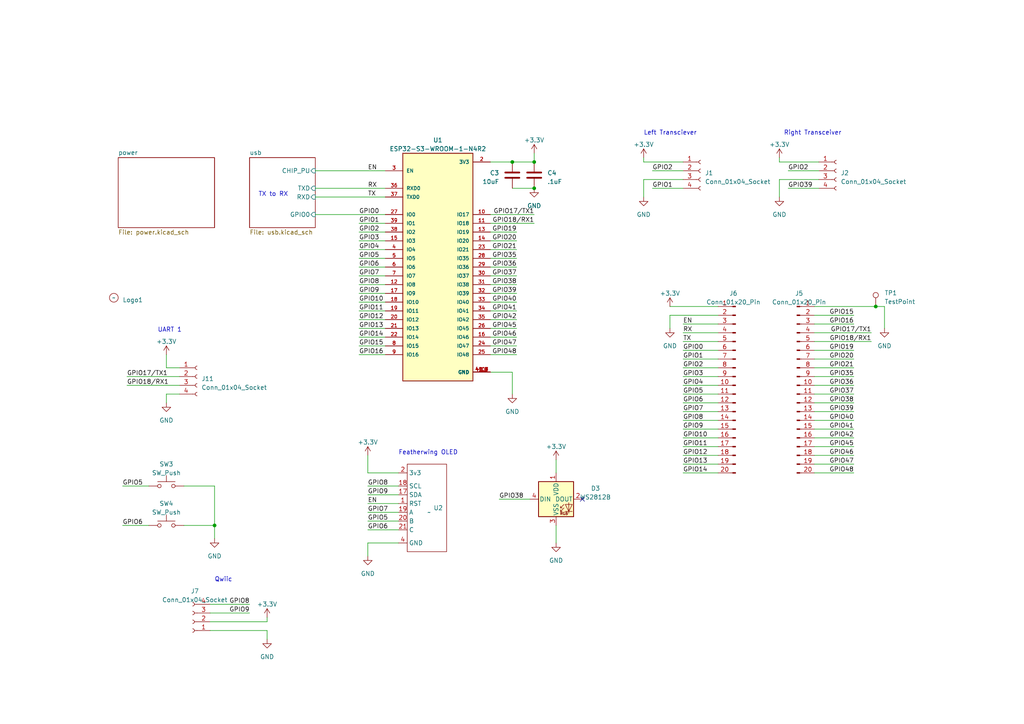
<source format=kicad_sch>
(kicad_sch (version 20230121) (generator eeschema)
  (paper "A4")
  (lib_symbols
    (symbol "Connector:Conn_01x04_Socket" (pin_names (offset 1.016) hide)
      (property "Reference" "J" (at 0 5.08 0))
      (property "Value" "Conn_01x04_Socket" (at 0 -7.62 0))
      (symbol "Conn_01x04_Socket_1_1"
        (arc (start 0 -4.572) (mid -0.5058 -5.08) (end 0 -5.588) (stroke (width 0.1524)))
        (arc (start 0 -2.032) (mid -0.5058 -2.54) (end 0 -3.048) (stroke (width 0.1524)))
        (polyline (pts (xy -1.27 -5.08) (xy -0.508 -5.08)) (stroke (width 0.1524)))
        (polyline (pts (xy -1.27 -2.54) (xy -0.508 -2.54)) (stroke (width 0.1524)))
        (polyline (pts (xy -1.27 0) (xy -0.508 0)) (stroke (width 0.1524)))
        (polyline (pts (xy -1.27 2.54) (xy -0.508 2.54)) (stroke (width 0.1524)))
        (arc (start 0 0.508) (mid -0.5058 0) (end 0 -0.508) (stroke (width 0.1524)))
        (arc (start 0 3.048) (mid -0.5058 2.54) (end 0 2.032) (stroke (width 0.1524)))
        (pin passive line (at -5.08 2.54 0) (length 3.81) (name "Pin_1") (number "1"))
        (pin passive line (at -5.08 0 0) (length 3.81) (name "Pin_2") (number "2"))
        (pin passive line (at -5.08 -2.54 0) (length 3.81) (name "Pin_3") (number "3"))
        (pin passive line (at -5.08 -5.08 0) (length 3.81) (name "Pin_4") (number "4"))
      )
    )
    (symbol "Connector:Conn_01x20_Pin" (pin_names (offset 1.016) hide)
      (property "Reference" "J" (at 0 25.4 0))
      (property "Value" "Conn_01x20_Pin" (at 0 -27.94 0))
      (symbol "Conn_01x20_Pin_1_1"
        (polyline (pts (xy 1.27 -25.4) (xy 0.8636 -25.4)) (stroke (width 0.1524)))
        (polyline (pts (xy 1.27 -22.86) (xy 0.8636 -22.86)) (stroke (width 0.1524)))
        (polyline (pts (xy 1.27 -20.32) (xy 0.8636 -20.32)) (stroke (width 0.1524)))
        (polyline (pts (xy 1.27 -17.78) (xy 0.8636 -17.78)) (stroke (width 0.1524)))
        (polyline (pts (xy 1.27 -15.24) (xy 0.8636 -15.24)) (stroke (width 0.1524)))
        (polyline (pts (xy 1.27 -12.7) (xy 0.8636 -12.7)) (stroke (width 0.1524)))
        (polyline (pts (xy 1.27 -10.16) (xy 0.8636 -10.16)) (stroke (width 0.1524)))
        (polyline (pts (xy 1.27 -7.62) (xy 0.8636 -7.62)) (stroke (width 0.1524)))
        (polyline (pts (xy 1.27 -5.08) (xy 0.8636 -5.08)) (stroke (width 0.1524)))
        (polyline (pts (xy 1.27 -2.54) (xy 0.8636 -2.54)) (stroke (width 0.1524)))
        (polyline (pts (xy 1.27 0) (xy 0.8636 0)) (stroke (width 0.1524)))
        (polyline (pts (xy 1.27 2.54) (xy 0.8636 2.54)) (stroke (width 0.1524)))
        (polyline (pts (xy 1.27 5.08) (xy 0.8636 5.08)) (stroke (width 0.1524)))
        (polyline (pts (xy 1.27 7.62) (xy 0.8636 7.62)) (stroke (width 0.1524)))
        (polyline (pts (xy 1.27 10.16) (xy 0.8636 10.16)) (stroke (width 0.1524)))
        (polyline (pts (xy 1.27 12.7) (xy 0.8636 12.7)) (stroke (width 0.1524)))
        (polyline (pts (xy 1.27 15.24) (xy 0.8636 15.24)) (stroke (width 0.1524)))
        (polyline (pts (xy 1.27 17.78) (xy 0.8636 17.78)) (stroke (width 0.1524)))
        (polyline (pts (xy 1.27 20.32) (xy 0.8636 20.32)) (stroke (width 0.1524)))
        (polyline (pts (xy 1.27 22.86) (xy 0.8636 22.86)) (stroke (width 0.1524)))
        (rectangle (start 0.8636 -25.273) (end 0 -25.527) (stroke (width 0.1524)) (fill (type outline)))
        (rectangle (start 0.8636 -22.733) (end 0 -22.987) (stroke (width 0.1524)) (fill (type outline)))
        (rectangle (start 0.8636 -20.193) (end 0 -20.447) (stroke (width 0.1524)) (fill (type outline)))
        (rectangle (start 0.8636 -17.653) (end 0 -17.907) (stroke (width 0.1524)) (fill (type outline)))
        (rectangle (start 0.8636 -15.113) (end 0 -15.367) (stroke (width 0.1524)) (fill (type outline)))
        (rectangle (start 0.8636 -12.573) (end 0 -12.827) (stroke (width 0.1524)) (fill (type outline)))
        (rectangle (start 0.8636 -10.033) (end 0 -10.287) (stroke (width 0.1524)) (fill (type outline)))
        (rectangle (start 0.8636 -7.493) (end 0 -7.747) (stroke (width 0.1524)) (fill (type outline)))
        (rectangle (start 0.8636 -4.953) (end 0 -5.207) (stroke (width 0.1524)) (fill (type outline)))
        (rectangle (start 0.8636 -2.413) (end 0 -2.667) (stroke (width 0.1524)) (fill (type outline)))
        (rectangle (start 0.8636 0.127) (end 0 -0.127) (stroke (width 0.1524)) (fill (type outline)))
        (rectangle (start 0.8636 2.667) (end 0 2.413) (stroke (width 0.1524)) (fill (type outline)))
        (rectangle (start 0.8636 5.207) (end 0 4.953) (stroke (width 0.1524)) (fill (type outline)))
        (rectangle (start 0.8636 7.747) (end 0 7.493) (stroke (width 0.1524)) (fill (type outline)))
        (rectangle (start 0.8636 10.287) (end 0 10.033) (stroke (width 0.1524)) (fill (type outline)))
        (rectangle (start 0.8636 12.827) (end 0 12.573) (stroke (width 0.1524)) (fill (type outline)))
        (rectangle (start 0.8636 15.367) (end 0 15.113) (stroke (width 0.1524)) (fill (type outline)))
        (rectangle (start 0.8636 17.907) (end 0 17.653) (stroke (width 0.1524)) (fill (type outline)))
        (rectangle (start 0.8636 20.447) (end 0 20.193) (stroke (width 0.1524)) (fill (type outline)))
        (rectangle (start 0.8636 22.987) (end 0 22.733) (stroke (width 0.1524)) (fill (type outline)))
        (pin passive line (at 5.08 22.86 180) (length 3.81) (name "Pin_1") (number "1"))
        (pin passive line (at 5.08 0 180) (length 3.81) (name "Pin_10") (number "10"))
        (pin passive line (at 5.08 -2.54 180) (length 3.81) (name "Pin_11") (number "11"))
        (pin passive line (at 5.08 -5.08 180) (length 3.81) (name "Pin_12") (number "12"))
        (pin passive line (at 5.08 -7.62 180) (length 3.81) (name "Pin_13") (number "13"))
        (pin passive line (at 5.08 -10.16 180) (length 3.81) (name "Pin_14") (number "14"))
        (pin passive line (at 5.08 -12.7 180) (length 3.81) (name "Pin_15") (number "15"))
        (pin passive line (at 5.08 -15.24 180) (length 3.81) (name "Pin_16") (number "16"))
        (pin passive line (at 5.08 -17.78 180) (length 3.81) (name "Pin_17") (number "17"))
        (pin passive line (at 5.08 -20.32 180) (length 3.81) (name "Pin_18") (number "18"))
        (pin passive line (at 5.08 -22.86 180) (length 3.81) (name "Pin_19") (number "19"))
        (pin passive line (at 5.08 20.32 180) (length 3.81) (name "Pin_2") (number "2"))
        (pin passive line (at 5.08 -25.4 180) (length 3.81) (name "Pin_20") (number "20"))
        (pin passive line (at 5.08 17.78 180) (length 3.81) (name "Pin_3") (number "3"))
        (pin passive line (at 5.08 15.24 180) (length 3.81) (name "Pin_4") (number "4"))
        (pin passive line (at 5.08 12.7 180) (length 3.81) (name "Pin_5") (number "5"))
        (pin passive line (at 5.08 10.16 180) (length 3.81) (name "Pin_6") (number "6"))
        (pin passive line (at 5.08 7.62 180) (length 3.81) (name "Pin_7") (number "7"))
        (pin passive line (at 5.08 5.08 180) (length 3.81) (name "Pin_8") (number "8"))
        (pin passive line (at 5.08 2.54 180) (length 3.81) (name "Pin_9") (number "9"))
      )
    )
    (symbol "Connector:TestPoint" (pin_numbers hide) (pin_names (offset 0.762) hide)
      (property "Reference" "TP" (at 0 6.858 0))
      (property "Value" "TestPoint" (at 0 5.08 0))
      (symbol "TestPoint_0_1"
        (circle (center 0 3.302) (radius 0.762))
      )
      (symbol "TestPoint_1_1"
        (pin passive line (at 0 0 90) (length 2.54) (name "1") (number "1"))
      )
    )
    (symbol "Device:C" (pin_numbers hide) (pin_names (offset 0.254))
      (property "Reference" "C" (at 0.635 2.54 0))
      (property "Value" "C" (at 0.635 -2.54 0))
      (symbol "C_0_1"
        (polyline (pts (xy -2.032 -0.762) (xy 2.032 -0.762)) (stroke (width 0.508)))
        (polyline (pts (xy -2.032 0.762) (xy 2.032 0.762)) (stroke (width 0.508)))
      )
      (symbol "C_1_1"
        (pin passive line (at 0 3.81 270) (length 2.794) (name "~") (number "1"))
        (pin passive line (at 0 -3.81 90) (length 2.794) (name "~") (number "2"))
      )
    )
    (symbol "LED:WS2812B" (pin_names (offset 0.254))
      (property "Reference" "D" (at 5.08 5.715 0))
      (property "Value" "WS2812B" (at 1.27 -5.715 0))
      (symbol "WS2812B_0_0"
        (text "RGB" (at 2.286 -4.191 0) (effects (font (size 0.762 0.762))))
      )
      (symbol "WS2812B_0_1"
        (polyline (pts (xy 1.27 -3.556) (xy 1.778 -3.556)))
        (polyline (pts (xy 1.27 -2.54) (xy 1.778 -2.54)))
        (polyline (pts (xy 4.699 -3.556) (xy 2.667 -3.556)))
        (polyline (pts (xy 2.286 -2.54) (xy 1.27 -3.556) (xy 1.27 -3.048)))
        (polyline (pts (xy 2.286 -1.524) (xy 1.27 -2.54) (xy 1.27 -2.032)))
        (polyline (pts (xy 3.683 -1.016) (xy 3.683 -3.556) (xy 3.683 -4.064)))
        (polyline (pts (xy 4.699 -1.524) (xy 2.667 -1.524) (xy 3.683 -3.556) (xy 4.699 -1.524)))
        (rectangle (start 5.08 5.08) (end -5.08 -5.08) (stroke (width 0.254)) (fill (type background)))
      )
      (symbol "WS2812B_1_1"
        (pin power_in line (at 0 7.62 270) (length 2.54) (name "VDD") (number "1"))
        (pin output line (at 7.62 0 180) (length 2.54) (name "DOUT") (number "2"))
        (pin power_in line (at 0 -7.62 90) (length 2.54) (name "VSS") (number "3"))
        (pin input line (at -7.62 0 0) (length 2.54) (name "DIN") (number "4"))
      )
    )
    (symbol "Switch:SW_Push" (pin_numbers hide) (pin_names (offset 1.016) hide)
      (property "Reference" "SW" (at 1.27 2.54 0))
      (property "Value" "SW_Push" (at 0 -1.524 0))
      (symbol "SW_Push_0_1"
        (circle (center -2.032 0) (radius 0.508))
        (polyline (pts (xy 0 1.27) (xy 0 3.048)))
        (polyline (pts (xy 2.54 1.27) (xy -2.54 1.27)))
        (circle (center 2.032 0) (radius 0.508))
        (pin passive line (at -5.08 0 0) (length 2.54) (name "1") (number "1"))
        (pin passive line (at 5.08 0 180) (length 2.54) (name "2") (number "2"))
      )
    )
    (symbol "power:+3.3V" (power) (pin_names (offset 0))
      (property "Value" "+3.3V" (at 0 3.556 0))
      (symbol "+3.3V_0_1"
        (polyline (pts (xy -0.762 1.27) (xy 0 2.54)))
        (polyline (pts (xy 0 0) (xy 0 2.54)))
        (polyline (pts (xy 0 2.54) (xy 0.762 1.27)))
      )
      (symbol "+3.3V_1_1"
        (pin power_in line (at 0 0 90) (length 0) hide (name "+3.3V") (number "1"))
      )
    )
    (symbol "power:GND" (power) (pin_names (offset 0))
      (property "Value" "GND" (at 0 -3.81 0))
      (symbol "GND_0_1"
        (polyline (pts (xy 0 0) (xy 0 -1.27) (xy 1.27 -1.27) (xy 0 -2.54) (xy -1.27 -1.27) (xy 0 -1.27)))
      )
      (symbol "GND_1_1"
        (pin power_in line (at 0 0 270) (length 0) hide (name "GND") (number "1"))
      )
    )
    (symbol "uFinder:ESP32-S3-WROOM-1-N4R2" (pin_names (offset 1.016))
      (property "Reference" "U" (at -10.16 34.1122 0))
      (property "Value" "ESP32-S3-WROOM-1-N4R2" (at -10.16 -35.56 0))
      (symbol "ESP32-S3-WROOM-1-N4R2_0_0"
        (rectangle (start -10.16 -33.02) (end 10.16 33.02) (stroke (width 0.254)) (fill (type background)))
        (pin power_in line (at 15.24 -30.48 180) (length 5.08) (name "GND") (number "1"))
        (pin bidirectional line (at 15.24 15.24 180) (length 5.08) (name "IO17") (number "10"))
        (pin bidirectional line (at 15.24 12.7 180) (length 5.08) (name "IO18") (number "11"))
        (pin bidirectional line (at -15.24 -5.08 0) (length 5.08) (name "IO8") (number "12"))
        (pin bidirectional line (at 15.24 10.16 180) (length 5.08) (name "IO19") (number "13"))
        (pin bidirectional line (at 15.24 7.62 180) (length 5.08) (name "IO20") (number "14"))
        (pin bidirectional line (at -15.24 7.62 0) (length 5.08) (name "IO3") (number "15"))
        (pin bidirectional line (at 15.24 -20.32 180) (length 5.08) (name "IO46") (number "16"))
        (pin bidirectional line (at -15.24 -7.62 0) (length 5.08) (name "IO9") (number "17"))
        (pin bidirectional line (at -15.24 -10.16 0) (length 5.08) (name "IO10") (number "18"))
        (pin bidirectional line (at -15.24 -12.7 0) (length 5.08) (name "IO11") (number "19"))
        (pin power_in line (at 15.24 30.48 180) (length 5.08) (name "3V3") (number "2"))
        (pin bidirectional line (at -15.24 -15.24 0) (length 5.08) (name "IO12") (number "20"))
        (pin bidirectional line (at -15.24 -17.78 0) (length 5.08) (name "IO13") (number "21"))
        (pin bidirectional line (at -15.24 -20.32 0) (length 5.08) (name "IO14") (number "22"))
        (pin bidirectional line (at 15.24 5.08 180) (length 5.08) (name "IO21") (number "23"))
        (pin bidirectional line (at 15.24 -22.86 180) (length 5.08) (name "IO47") (number "24"))
        (pin bidirectional line (at 15.24 -25.4 180) (length 5.08) (name "IO48") (number "25"))
        (pin bidirectional line (at 15.24 -17.78 180) (length 5.08) (name "IO45") (number "26"))
        (pin bidirectional line (at -15.24 15.24 0) (length 5.08) (name "IO0") (number "27"))
        (pin bidirectional line (at 15.24 2.54 180) (length 5.08) (name "IO35") (number "28"))
        (pin bidirectional line (at 15.24 0 180) (length 5.08) (name "IO36") (number "29"))
        (pin input line (at -15.24 27.94 0) (length 5.08) (name "EN") (number "3"))
        (pin bidirectional line (at 15.24 -2.54 180) (length 5.08) (name "IO37") (number "30"))
        (pin bidirectional line (at 15.24 -5.08 180) (length 5.08) (name "IO38") (number "31"))
        (pin bidirectional line (at 15.24 -7.62 180) (length 5.08) (name "IO39") (number "32"))
        (pin bidirectional line (at 15.24 -10.16 180) (length 5.08) (name "IO40") (number "33"))
        (pin bidirectional line (at 15.24 -12.7 180) (length 5.08) (name "IO41") (number "34"))
        (pin bidirectional line (at 15.24 -15.24 180) (length 5.08) (name "IO42") (number "35"))
        (pin bidirectional line (at -15.24 22.86 0) (length 5.08) (name "RXD0") (number "36"))
        (pin bidirectional line (at -15.24 20.32 0) (length 5.08) (name "TXD0") (number "37"))
        (pin bidirectional line (at -15.24 10.16 0) (length 5.08) (name "IO2") (number "38"))
        (pin bidirectional line (at -15.24 12.7 0) (length 5.08) (name "IO1") (number "39"))
        (pin bidirectional line (at -15.24 5.08 0) (length 5.08) (name "IO4") (number "4"))
        (pin power_in line (at 15.24 -30.48 180) (length 5.08) (name "GND") (number "40"))
        (pin power_in line (at 15.24 -30.48 180) (length 5.08) (name "GND") (number "41_1"))
        (pin power_in line (at 15.24 -30.48 180) (length 5.08) (name "GND") (number "41_2"))
        (pin power_in line (at 15.24 -30.48 180) (length 5.08) (name "GND") (number "41_3"))
        (pin power_in line (at 15.24 -30.48 180) (length 5.08) (name "GND") (number "41_4"))
        (pin power_in line (at 15.24 -30.48 180) (length 5.08) (name "GND") (number "41_5"))
        (pin power_in line (at 15.24 -30.48 180) (length 5.08) (name "GND") (number "41_6"))
        (pin power_in line (at 15.24 -30.48 180) (length 5.08) (name "GND") (number "41_7"))
        (pin power_in line (at 15.24 -30.48 180) (length 5.08) (name "GND") (number "41_8"))
        (pin power_in line (at 15.24 -30.48 180) (length 5.08) (name "GND") (number "41_9"))
        (pin bidirectional line (at -15.24 2.54 0) (length 5.08) (name "IO5") (number "5"))
        (pin bidirectional line (at -15.24 0 0) (length 5.08) (name "IO6") (number "6"))
        (pin bidirectional line (at -15.24 -2.54 0) (length 5.08) (name "IO7") (number "7"))
        (pin bidirectional line (at -15.24 -22.86 0) (length 5.08) (name "IO15") (number "8"))
        (pin bidirectional line (at -15.24 -25.4 0) (length 5.08) (name "IO16") (number "9"))
      )
    )
    (symbol "uFinder:Featherwing_OLED_128x64"
      (property "Reference" "U" (at 0 0 0))
      (symbol "Featherwing_OLED_128x64_0_1"
        (rectangle (start -6.35 13.97) (end 5.08 -11.43))
      )
      (symbol "Featherwing_OLED_128x64_1_1"
        (pin bidirectional line (at -8.89 2.54 0) (length 2.54) (name "RST") (number "1"))
        (pin bidirectional line (at -8.89 5.08 0) (length 2.54) (name "SDA") (number "17"))
        (pin bidirectional line (at -8.89 7.62 0) (length 2.54) (name "SCL") (number "18"))
        (pin bidirectional line (at -8.89 0 0) (length 2.54) (name "A") (number "19"))
        (pin bidirectional line (at -8.89 11.43 0) (length 2.54) (name "3v3") (number "2"))
        (pin bidirectional line (at -8.89 -2.54 0) (length 2.54) (name "B") (number "20"))
        (pin bidirectional line (at -8.89 -5.08 0) (length 2.54) (name "C") (number "21"))
        (pin bidirectional line (at -8.89 -8.89 0) (length 2.54) (name "GND") (number "4"))
      )
    )
    (symbol "uFinder:Logo" (in_bom no)
      (property "Reference" "Logo" (at 0 0 0))
      (symbol "Logo_0_1"
        (circle (center 0 0) (radius 1.27))
      )
    )
  )
  (junction (at 254 88.9))
  (junction (at 154.94 46.99))
  (junction (at 154.94 54.61))
  (junction (at 148.59 46.99))
  (junction (at 62.23 152.4))
  (no_connect (at 168.91 144.78))
  (wire (pts (xy 236.22 104.14) (xy 247.65 104.14)))
  (wire (pts (xy 149.86 87.63) (xy 142.24 87.63)))
  (wire (pts (xy 104.14 69.85) (xy 111.76 69.85)))
  (wire (pts (xy 236.22 114.3) (xy 247.65 114.3)))
  (wire (pts (xy 149.86 67.31) (xy 142.24 67.31)))
  (wire (pts (xy 104.14 90.17) (xy 111.76 90.17)))
  (wire (pts (xy 53.34 152.4) (xy 62.23 152.4)))
  (wire (pts (xy 208.28 109.22) (xy 198.12 109.22)))
  (wire (pts (xy 149.86 92.71) (xy 142.24 92.71)))
  (wire (pts (xy 48.26 106.68) (xy 52.07 106.68)))
  (wire (pts (xy 161.29 157.48) (xy 161.29 152.4)))
  (wire (pts (xy 144.78 144.78) (xy 153.67 144.78)))
  (wire (pts (xy 236.22 127) (xy 247.65 127)))
  (wire (pts (xy 106.68 140.97) (xy 115.57 140.97)))
  (wire (pts (xy 104.14 72.39) (xy 111.76 72.39)))
  (wire (pts (xy 208.28 127) (xy 198.12 127)))
  (wire (pts (xy 62.23 152.4) (xy 62.23 156.21)))
  (wire (pts (xy 48.26 102.87) (xy 48.26 106.68)))
  (wire (pts (xy 60.96 180.34) (xy 77.47 180.34)))
  (wire (pts (xy 236.22 109.22) (xy 247.65 109.22)))
  (wire (pts (xy 72.39 177.8) (xy 60.96 177.8)))
  (wire (pts (xy 236.22 124.46) (xy 247.65 124.46)))
  (wire (pts (xy 236.22 99.06) (xy 252.73 99.06)))
  (wire (pts (xy 106.68 151.13) (xy 115.57 151.13)))
  (wire (pts (xy 154.94 44.45) (xy 154.94 46.99)))
  (wire (pts (xy 149.86 74.93) (xy 142.24 74.93)))
  (wire (pts (xy 106.68 146.05) (xy 115.57 146.05)))
  (wire (pts (xy 104.14 87.63) (xy 111.76 87.63)))
  (wire (pts (xy 91.44 49.53) (xy 111.76 49.53)))
  (wire (pts (xy 104.14 85.09) (xy 111.76 85.09)))
  (wire (pts (xy 104.14 64.77) (xy 111.76 64.77)))
  (wire (pts (xy 104.14 77.47) (xy 111.76 77.47)))
  (wire (pts (xy 256.54 95.25) (xy 256.54 88.9)))
  (wire (pts (xy 149.86 77.47) (xy 142.24 77.47)))
  (wire (pts (xy 149.86 82.55) (xy 142.24 82.55)))
  (wire (pts (xy 104.14 97.79) (xy 111.76 97.79)))
  (wire (pts (xy 226.06 46.99) (xy 226.06 45.72)))
  (wire (pts (xy 236.22 101.6) (xy 247.65 101.6)))
  (wire (pts (xy 194.31 95.25) (xy 194.31 91.44)))
  (wire (pts (xy 208.28 137.16) (xy 198.12 137.16)))
  (wire (pts (xy 208.28 99.06) (xy 198.12 99.06)))
  (wire (pts (xy 149.86 100.33) (xy 142.24 100.33)))
  (wire (pts (xy 208.28 93.98) (xy 198.12 93.98)))
  (wire (pts (xy 236.22 88.9) (xy 254 88.9)))
  (wire (pts (xy 72.39 175.26) (xy 60.96 175.26)))
  (wire (pts (xy 208.28 124.46) (xy 198.12 124.46)))
  (wire (pts (xy 149.86 97.79) (xy 142.24 97.79)))
  (wire (pts (xy 142.24 46.99) (xy 148.59 46.99)))
  (wire (pts (xy 228.6 49.53) (xy 237.49 49.53)))
  (wire (pts (xy 254 88.9) (xy 256.54 88.9)))
  (wire (pts (xy 236.22 111.76) (xy 247.65 111.76)))
  (wire (pts (xy 236.22 132.08) (xy 247.65 132.08)))
  (wire (pts (xy 208.28 116.84) (xy 198.12 116.84)))
  (wire (pts (xy 226.06 52.07) (xy 226.06 57.15)))
  (wire (pts (xy 149.86 95.25) (xy 142.24 95.25)))
  (wire (pts (xy 237.49 52.07) (xy 226.06 52.07)))
  (wire (pts (xy 48.26 114.3) (xy 52.07 114.3)))
  (wire (pts (xy 161.29 133.35) (xy 161.29 137.16)))
  (wire (pts (xy 104.14 67.31) (xy 111.76 67.31)))
  (wire (pts (xy 154.94 64.77) (xy 142.24 64.77)))
  (wire (pts (xy 36.83 109.22) (xy 52.07 109.22)))
  (wire (pts (xy 208.28 129.54) (xy 198.12 129.54)))
  (wire (pts (xy 115.57 157.48) (xy 106.68 157.48)))
  (wire (pts (xy 104.14 82.55) (xy 111.76 82.55)))
  (wire (pts (xy 208.28 88.9) (xy 194.31 88.9)))
  (wire (pts (xy 91.44 54.61) (xy 111.76 54.61)))
  (wire (pts (xy 104.14 95.25) (xy 111.76 95.25)))
  (wire (pts (xy 208.28 101.6) (xy 198.12 101.6)))
  (wire (pts (xy 149.86 85.09) (xy 142.24 85.09)))
  (wire (pts (xy 237.49 46.99) (xy 226.06 46.99)))
  (wire (pts (xy 106.68 153.67) (xy 115.57 153.67)))
  (wire (pts (xy 148.59 107.95) (xy 142.24 107.95)))
  (wire (pts (xy 91.44 57.15) (xy 111.76 57.15)))
  (wire (pts (xy 35.56 152.4) (xy 43.18 152.4)))
  (wire (pts (xy 77.47 182.88) (xy 77.47 185.42)))
  (wire (pts (xy 106.68 157.48) (xy 106.68 161.29)))
  (wire (pts (xy 208.28 96.52) (xy 198.12 96.52)))
  (wire (pts (xy 154.94 62.23) (xy 142.24 62.23)))
  (wire (pts (xy 36.83 111.76) (xy 52.07 111.76)))
  (wire (pts (xy 236.22 91.44) (xy 247.65 91.44)))
  (wire (pts (xy 189.23 54.61) (xy 198.12 54.61)))
  (wire (pts (xy 198.12 46.99) (xy 186.69 46.99)))
  (wire (pts (xy 208.28 121.92) (xy 198.12 121.92)))
  (wire (pts (xy 35.56 140.97) (xy 43.18 140.97)))
  (wire (pts (xy 236.22 129.54) (xy 247.65 129.54)))
  (wire (pts (xy 208.28 119.38) (xy 198.12 119.38)))
  (wire (pts (xy 148.59 46.99) (xy 154.94 46.99)))
  (wire (pts (xy 106.68 148.59) (xy 115.57 148.59)))
  (wire (pts (xy 149.86 90.17) (xy 142.24 90.17)))
  (wire (pts (xy 106.68 143.51) (xy 115.57 143.51)))
  (wire (pts (xy 48.26 116.84) (xy 48.26 114.3)))
  (wire (pts (xy 104.14 80.01) (xy 111.76 80.01)))
  (wire (pts (xy 208.28 114.3) (xy 198.12 114.3)))
  (wire (pts (xy 189.23 49.53) (xy 198.12 49.53)))
  (wire (pts (xy 149.86 102.87) (xy 142.24 102.87)))
  (wire (pts (xy 208.28 111.76) (xy 198.12 111.76)))
  (wire (pts (xy 148.59 54.61) (xy 154.94 54.61)))
  (wire (pts (xy 148.59 114.3) (xy 148.59 107.95)))
  (wire (pts (xy 115.57 137.16) (xy 106.68 137.16)))
  (wire (pts (xy 236.22 93.98) (xy 247.65 93.98)))
  (wire (pts (xy 198.12 52.07) (xy 186.69 52.07)))
  (wire (pts (xy 186.69 46.99) (xy 186.69 45.72)))
  (wire (pts (xy 149.86 69.85) (xy 142.24 69.85)))
  (wire (pts (xy 236.22 134.62) (xy 247.65 134.62)))
  (wire (pts (xy 60.96 182.88) (xy 77.47 182.88)))
  (wire (pts (xy 194.31 91.44) (xy 208.28 91.44)))
  (wire (pts (xy 228.6 54.61) (xy 237.49 54.61)))
  (wire (pts (xy 236.22 116.84) (xy 247.65 116.84)))
  (wire (pts (xy 106.68 137.16) (xy 106.68 132.08)))
  (wire (pts (xy 236.22 106.68) (xy 247.65 106.68)))
  (wire (pts (xy 208.28 106.68) (xy 198.12 106.68)))
  (wire (pts (xy 149.86 72.39) (xy 142.24 72.39)))
  (wire (pts (xy 236.22 121.92) (xy 247.65 121.92)))
  (wire (pts (xy 77.47 180.34) (xy 77.47 179.07)))
  (wire (pts (xy 149.86 80.01) (xy 142.24 80.01)))
  (wire (pts (xy 236.22 119.38) (xy 247.65 119.38)))
  (wire (pts (xy 104.14 92.71) (xy 111.76 92.71)))
  (wire (pts (xy 236.22 96.52) (xy 252.73 96.52)))
  (wire (pts (xy 208.28 134.62) (xy 198.12 134.62)))
  (wire (pts (xy 208.28 132.08) (xy 198.12 132.08)))
  (wire (pts (xy 104.14 74.93) (xy 111.76 74.93)))
  (wire (pts (xy 104.14 100.33) (xy 111.76 100.33)))
  (wire (pts (xy 208.28 104.14) (xy 198.12 104.14)))
  (wire (pts (xy 91.44 62.23) (xy 111.76 62.23)))
  (wire (pts (xy 236.22 137.16) (xy 247.65 137.16)))
  (wire (pts (xy 53.34 140.97) (xy 62.23 140.97)))
  (wire (pts (xy 62.23 140.97) (xy 62.23 152.4)))
  (wire (pts (xy 104.14 102.87) (xy 111.76 102.87)))
  (wire (pts (xy 186.69 52.07) (xy 186.69 57.15)))
  (text "Featherwing OLED" (at 115.57 132.08 0) (effects (font (size 1.27 1.27)) (justify left bottom)))
  (text "UART 1" (at 45.72 96.52 0) (effects (font (size 1.27 1.27)) (justify left bottom)))
  (text "Left Transciever" (at 186.69 39.37 0) (effects (font (size 1.27 1.27)) (justify left bottom)))
  (text "Qwiic" (at 62.23 168.91 0) (effects (font (size 1.27 1.27)) (justify left bottom)))
  (text "Right Transceiver" (at 227.33 39.37 0) (effects (font (size 1.27 1.27)) (justify left bottom)))
  (text "TX to RX" (at 74.93 57.15 0) (effects (font (size 1.27 1.27)) (justify left bottom)))
  (label "GPIO3" (at 104.14 69.85 0))
  (label "GPIO36" (at 149.86 77.47 180))
  (label "GPIO20" (at 149.86 69.85 180))
  (label "GPIO9" (at 104.14 85.09 0))
  (label "GPIO3" (at 198.12 109.22 0))
  (label "GPIO14" (at 198.12 137.16 0))
  (label "TX" (at 198.12 99.06 0))
  (label "GPIO17{slash}TX1" (at 36.83 109.22 0))
  (label "GPIO18{slash}RX1" (at 154.94 64.77 180))
  (label "GPIO20" (at 247.65 104.14 180))
  (label "GPIO39" (at 149.86 85.09 180))
  (label "GPIO1" (at 189.23 54.61 0))
  (label "GPIO2" (at 104.14 67.31 0))
  (label "GPIO45" (at 247.65 129.54 180))
  (label "GPIO37" (at 149.86 80.01 180))
  (label "GPIO40" (at 149.86 87.63 180))
  (label "GPIO4" (at 198.12 111.76 0))
  (label "GPIO16" (at 104.14 102.87 0))
  (label "GPIO1" (at 104.14 64.77 0))
  (label "GPIO41" (at 149.86 90.17 180))
  (label "GPIO48" (at 247.65 137.16 180))
  (label "GPIO7" (at 198.12 119.38 0))
  (label "GPIO2" (at 198.12 106.68 0))
  (label "GPIO13" (at 104.14 95.25 0))
  (label "TX" (at 106.68 57.15 0))
  (label "GPIO12" (at 198.12 132.08 0))
  (label "GPIO45" (at 149.86 95.25 180))
  (label "GPIO6" (at 35.56 152.4 0))
  (label "GPIO19" (at 149.86 67.31 180))
  (label "GPIO8" (at 198.12 121.92 0))
  (label "GPIO47" (at 247.65 134.62 180))
  (label "GPIO42" (at 247.65 127 180))
  (label "GPIO36" (at 247.65 111.76 180))
  (label "GPIO2" (at 189.23 49.53 0))
  (label "GPIO38" (at 149.86 82.55 180))
  (label "GPIO9" (at 72.39 177.8 180))
  (label "GPIO46" (at 149.86 97.79 180))
  (label "GPIO7" (at 104.14 80.01 0))
  (label "GPIO16" (at 247.65 93.98 180))
  (label "GPIO5" (at 198.12 114.3 0))
  (label "GPIO38" (at 247.65 116.84 180))
  (label "GPIO40" (at 247.65 121.92 180))
  (label "GPIO17{slash}TX1" (at 252.73 96.52 180))
  (label "GPIO39" (at 247.65 119.38 180))
  (label "GPIO9" (at 106.68 143.51 0))
  (label "GPIO47" (at 149.86 100.33 180))
  (label "GPIO8" (at 104.14 82.55 0))
  (label "GPIO7" (at 106.68 148.59 0))
  (label "GPIO12" (at 104.14 92.71 0))
  (label "GPIO48" (at 149.86 102.87 180))
  (label "GPIO6" (at 104.14 77.47 0))
  (label "GPIO21" (at 247.65 106.68 180))
  (label "GPIO18{slash}RX1" (at 36.83 111.76 0))
  (label "GPIO5" (at 106.68 151.13 0))
  (label "GPIO6" (at 198.12 116.84 0))
  (label "GPIO15" (at 247.65 91.44 180))
  (label "GPIO11" (at 198.12 129.54 0))
  (label "GPIO18{slash}RX1" (at 252.73 99.06 180))
  (label "GPIO9" (at 198.12 124.46 0))
  (label "GPIO41" (at 247.65 124.46 180))
  (label "RX" (at 106.68 54.61 0))
  (label "GPIO37" (at 247.65 114.3 180))
  (label "RX" (at 198.12 96.52 0))
  (label "EN" (at 198.12 93.98 0))
  (label "GPIO4" (at 104.14 72.39 0))
  (label "GPIO5" (at 104.14 74.93 0))
  (label "GPIO8" (at 106.68 140.97 0))
  (label "GPIO39" (at 228.6 54.61 0))
  (label "GPIO46" (at 247.65 132.08 180))
  (label "GPIO14" (at 104.14 97.79 0))
  (label "GPIO2" (at 228.6 49.53 0))
  (label "GPIO35" (at 149.86 74.93 180))
  (label "GPIO19" (at 247.65 101.6 180))
  (label "GPIO42" (at 149.86 92.71 180))
  (label "GPIO10" (at 104.14 87.63 0))
  (label "GPIO35" (at 247.65 109.22 180))
  (label "GPIO6" (at 106.68 153.67 0))
  (label "GPIO1" (at 198.12 104.14 0))
  (label "GPIO5" (at 35.56 140.97 0))
  (label "GPIO13" (at 198.12 134.62 0))
  (label "GPIO15" (at 104.14 100.33 0))
  (label "GPIO10" (at 198.12 127 0))
  (label "GPIO0" (at 198.12 101.6 0))
  (label "GPIO17{slash}TX1" (at 154.94 62.23 180))
  (label "GPIO11" (at 104.14 90.17 0))
  (label "EN" (at 106.68 146.05 0))
  (label "GPIO8" (at 72.39 175.26 180))
  (label "GPIO21" (at 149.86 72.39 180))
  (label "GPIO38" (at 144.78 144.78 0))
  (label "GPIO0" (at 104.14 62.23 0))
  (label "EN" (at 106.68 49.53 0))
  (symbol (lib_id "Connector:TestPoint") (at 254 88.9 0) (unit 1)
    (property "Reference" "TP1" (at 256.54 84.963 0) (effects (justify left)))
    (property "Value" "TestPoint" (at 256.54 87.503 0) (effects (justify left)))
    (property "Footprint" "Connector_PinHeader_2.54mm:PinHeader_1x01_P2.54mm_Vertical" (effects hide))
  )
  (symbol (lib_id "power:GND") (at 148.59 114.3 0) (unit 1)
    (property "Reference" "#PWR011" (effects hide))
    (property "Value" "GND" (at 148.59 119.38 0))
  )
  (symbol (lib_id "power:GND") (at 256.54 95.25 0) (unit 1)
    (property "Reference" "#PWR019" (effects hide))
    (property "Value" "GND" (at 256.54 100.33 0))
  )
  (symbol (lib_id "power:GND") (at 77.47 185.42 0) (unit 1)
    (property "Reference" "#PWR032" (effects hide))
    (property "Value" "GND" (at 77.47 190.5 0))
  )
  (symbol (lib_id "power:GND") (at 186.69 57.15 0) (unit 1)
    (property "Reference" "#PWR021" (effects hide))
    (property "Value" "GND" (at 186.69 62.23 0))
  )
  (symbol (lib_id "Connector:Conn_01x04_Socket") (at 55.88 180.34 180) (unit 1)
    (property "Reference" "J7" (at 56.515 171.45 0))
    (property "Value" "Conn_01x04_Socket" (at 56.515 173.99 0))
    (property "Footprint" "Connector_JST:JST_SH_SM04B-SRSS-TB_1x04-1MP_P1.00mm_Horizontal" (effects hide))
  )
  (symbol (lib_id "Connector:Conn_01x04_Socket") (at 242.57 49.53 0) (unit 1)
    (property "Reference" "J2" (at 243.84 50.165 0) (effects (justify left)))
    (property "Value" "Conn_01x04_Socket" (at 243.84 52.705 0) (effects (justify left)))
    (property "Footprint" "Connector_JST:JST_XH_B4B-XH-A_1x04_P2.50mm_Vertical" (effects hide))
  )
  (symbol (lib_id "Connector:Conn_01x04_Socket") (at 57.15 109.22 0) (unit 1)
    (property "Reference" "J11" (at 58.42 109.855 0) (effects (justify left)))
    (property "Value" "Conn_01x04_Socket" (at 58.42 112.395 0) (effects (justify left)))
    (property "Footprint" "Connector_JST:JST_XH_B4B-XH-A_1x04_P2.50mm_Vertical" (effects hide))
  )
  (symbol (lib_id "power:GND") (at 226.06 57.15 0) (unit 1)
    (property "Reference" "#PWR023" (effects hide))
    (property "Value" "GND" (at 226.06 62.23 0))
  )
  (symbol (lib_id "power:+3.3V") (at 194.31 88.9 0) (unit 1)
    (property "Reference" "#PWR017" (effects hide))
    (property "Value" "+3.3V" (at 194.31 85.09 0))
  )
  (symbol (lib_id "power:+3.3V") (at 48.26 102.87 0) (unit 1)
    (property "Reference" "#PWR024" (effects hide))
    (property "Value" "+3.3V" (at 48.26 99.06 0))
  )
  (symbol (lib_id "uFinder:Logo") (at 33.02 86.36 0) (unit 1) (in_bom no)
    (property "Reference" "Logo1" (at 35.56 86.995 0) (effects (justify left)))
    (property "Value" "~" (at 33.02 86.36 0))
    (property "Footprint" "uFinder:uFollowLogo" (effects hide))
  )
  (symbol (lib_id "power:GND") (at 154.94 54.61 0) (unit 1)
    (property "Reference" "#PWR012" (effects hide))
    (property "Value" "GND" (at 154.94 59.69 0))
  )
  (symbol (lib_id "Switch:SW_Push") (at 48.26 152.4 0) (unit 1)
    (property "Reference" "SW4" (at 48.26 146.05 0))
    (property "Value" "SW_Push" (at 48.26 148.59 0))
    (property "Footprint" "Button_Switch_THT:SW_TH_Tactile_Omron_B3F-10xx" (effects hide))
  )
  (symbol (lib_id "Connector:Conn_01x20_Pin") (at 213.36 111.76 0) (mirror y) (unit 1)
    (property "Reference" "J6" (at 212.725 85.09 0))
    (property "Value" "Conn_01x20_Pin" (at 212.725 87.63 0))
    (property "Footprint" "Connector_PinHeader_2.54mm:PinHeader_1x20_P2.54mm_Vertical" (effects hide))
  )
  (symbol (lib_id "power:GND") (at 194.31 95.25 0) (unit 1)
    (property "Reference" "#PWR018" (effects hide))
    (property "Value" "GND" (at 194.31 100.33 0))
  )
  (symbol (lib_id "power:+3.3V") (at 186.69 45.72 0) (unit 1)
    (property "Reference" "#PWR020" (effects hide))
    (property "Value" "+3.3V" (at 186.69 41.91 0))
  )
  (symbol (lib_id "uFinder:Featherwing_OLED_128x64") (at 124.46 148.59 0) (unit 1)
    (property "Reference" "U2" (at 125.73 147.32 0) (effects (justify left)))
    (property "Value" "~" (at 124.46 148.59 0))
    (property "Footprint" "uFinder:Adafruit_Feather" (effects hide))
  )
  (symbol (lib_id "power:GND") (at 62.23 156.21 0) (unit 1)
    (property "Reference" "#PWR026" (effects hide))
    (property "Value" "GND" (at 62.23 161.29 0))
  )
  (symbol (lib_id "Device:C") (at 148.59 50.8 0) (mirror y) (unit 1)
    (property "Reference" "C3" (at 144.78 50.165 0) (effects (justify left)))
    (property "Value" "10uF" (at 144.78 52.705 0) (effects (justify left)))
    (property "Footprint" "Capacitor_SMD:C_0805_2012Metric" (effects hide))
  )
  (symbol (lib_id "uFinder:ESP32-S3-WROOM-1-N4R2") (at 127 77.47 0) (unit 1)
    (property "Reference" "U1" (at 127 40.64 0))
    (property "Value" "ESP32-S3-WROOM-1-N4R2" (at 127 43.18 0))
    (property "Footprint" "uFinder:XCVR_ESP32-S3-WROOM-1-N4R2" (effects hide))
    (property "MAXIMUM_PACKAGE_HEIGHT" "3.25mm" (effects hide))
    (property "MANUFACTURER" "Espressif" (effects hide))
    (property "PARTREV" "v1.0" (effects hide))
    (property "STANDARD" "Manufacturer Recommendations" (effects hide))
  )
  (symbol (lib_id "Connector:Conn_01x20_Pin") (at 231.14 111.76 0) (unit 1)
    (property "Reference" "J5" (at 231.775 85.09 0))
    (property "Value" "Conn_01x20_Pin" (at 231.775 87.63 0))
    (property "Footprint" "Connector_PinHeader_2.54mm:PinHeader_1x20_P2.54mm_Vertical" (effects hide))
  )
  (symbol (lib_id "power:+3.3V") (at 77.47 179.07 0) (unit 1)
    (property "Reference" "#PWR031" (effects hide))
    (property "Value" "+3.3V" (at 77.47 175.26 0))
  )
  (symbol (lib_id "power:+3.3V") (at 106.68 132.08 0) (unit 1)
    (property "Reference" "#PWR027" (effects hide))
    (property "Value" "+3.3V" (at 106.68 128.27 0))
  )
  (symbol (lib_id "power:GND") (at 161.29 157.48 0) (unit 1)
    (property "Reference" "#PWR029" (effects hide))
    (property "Value" "GND" (at 161.29 162.56 0))
  )
  (symbol (lib_id "LED:WS2812B") (at 161.29 144.78 0) (unit 1)
    (property "Reference" "D3" (at 172.72 141.6559 0))
    (property "Value" "WS2812B" (at 172.72 144.1959 0))
    (property "Footprint" "LED_SMD:LED_WS2812B_PLCC4_5.0x5.0mm_P3.2mm" (effects hide))
    (property "Datasheet" "https://cdn-shop.adafruit.com/datasheets/WS2812B.pdf" (effects hide))
  )
  (symbol (lib_id "power:+3.3V") (at 226.06 45.72 0) (unit 1)
    (property "Reference" "#PWR022" (effects hide))
    (property "Value" "+3.3V" (at 226.06 41.91 0))
  )
  (symbol (lib_id "Connector:Conn_01x04_Socket") (at 203.2 49.53 0) (unit 1)
    (property "Reference" "J1" (at 204.47 50.165 0) (effects (justify left)))
    (property "Value" "Conn_01x04_Socket" (at 204.47 52.705 0) (effects (justify left)))
    (property "Footprint" "Connector_JST:JST_XH_B4B-XH-A_1x04_P2.50mm_Vertical" (effects hide))
  )
  (symbol (lib_id "power:GND") (at 48.26 116.84 0) (unit 1)
    (property "Reference" "#PWR025" (effects hide))
    (property "Value" "GND" (at 48.26 121.92 0))
  )
  (symbol (lib_id "Switch:SW_Push") (at 48.26 140.97 0) (unit 1)
    (property "Reference" "SW3" (at 48.26 134.62 0))
    (property "Value" "SW_Push" (at 48.26 137.16 0))
    (property "Footprint" "Button_Switch_THT:SW_TH_Tactile_Omron_B3F-10xx" (effects hide))
  )
  (symbol (lib_id "power:GND") (at 106.68 161.29 0) (unit 1)
    (property "Reference" "#PWR028" (effects hide))
    (property "Value" "GND" (at 106.68 166.37 0))
  )
  (symbol (lib_id "Device:C") (at 154.94 50.8 0) (unit 1)
    (property "Reference" "C4" (at 158.75 50.165 0) (effects (justify left)))
    (property "Value" ".1uF" (at 158.75 52.705 0) (effects (justify left)))
    (property "Footprint" "Capacitor_SMD:C_0805_2012Metric" (effects hide))
  )
  (symbol (lib_id "power:+3.3V") (at 154.94 44.45 0) (unit 1)
    (property "Reference" "#PWR07" (effects hide))
    (property "Value" "+3.3V" (at 154.94 40.64 0))
  )
  (symbol (lib_id "power:+3.3V") (at 161.29 133.35 0) (unit 1)
    (property "Reference" "#PWR030" (effects hide))
    (property "Value" "+3.3V" (at 161.29 129.54 0))
  )
  (sheet (at 72.39 45.72) (size 19.05 20.32) (stroke (width 0.1524))
    (property "Sheetname" "usb" (at 72.39 45.0084 0) (effects (justify left bottom)))
    (property "Sheetfile" "usb.kicad_sch" (at 72.39 66.6246 0) (effects (justify left top)))
    (pin "TXD" input (at 91.44 54.61 0))
    (pin "RXD" input (at 91.44 57.15 0))
    (pin "GPIO0" input (at 91.44 62.23 0))
    (pin "CHIP_PU" input (at 91.44 49.53 0))
  )
  (sheet (at 34.29 45.72) (size 27.94 20.32) (stroke (width 0.1524))
    (property "Sheetname" "power" (at 34.29 45.0084 0) (effects (justify left bottom)))
    (property "Sheetfile" "power.kicad_sch" (at 34.29 66.6246 0) (effects (justify left top)))
  )
)
</source>
